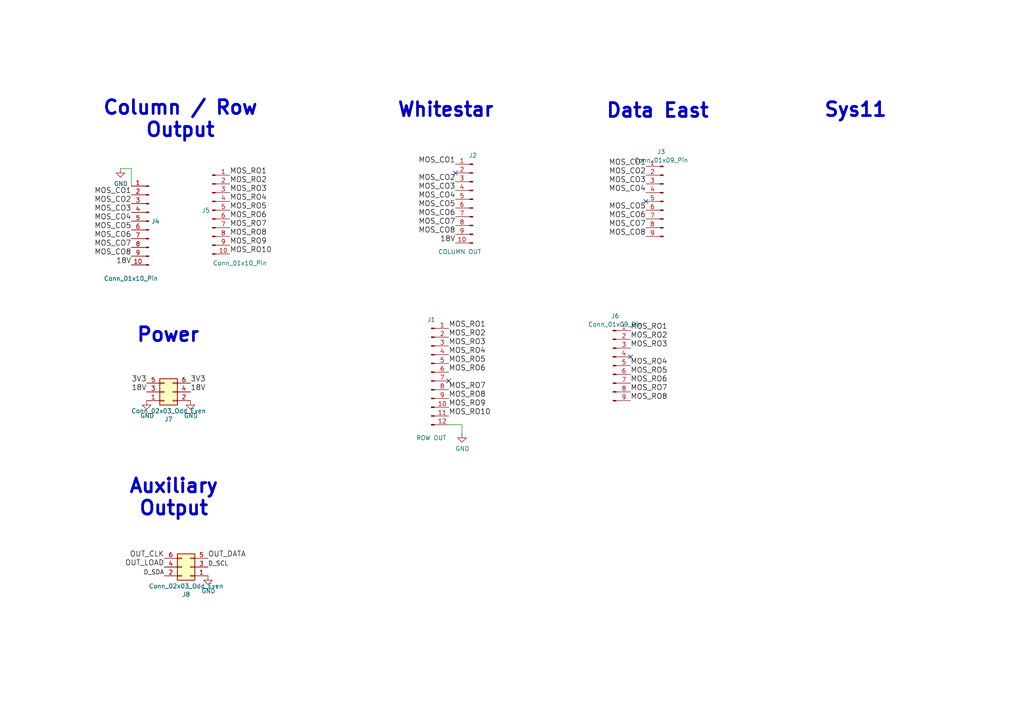
<source format=kicad_sch>
(kicad_sch (version 20231120) (generator "eeschema") (generator_version "8.0")
  (paper "A4")
  (title_block (title "Afterglow 3.0 Pinbender Hat") (rev "1.1") (company "bitfield labs"))
  (lib_symbols
    (symbol "Connector:Conn_01x09_Pin" (pin_names (offset 1.016) hide)
      (property "Reference" "J" (at 0 12.7 0))
      (property "Value" "Conn_01x09_Pin" (at 0 -12.7 0))
      (symbol "Conn_01x09_Pin_1_1"
        (polyline (pts (xy 1.27 -10.16) (xy 0.8636 -10.16)) (stroke (width 0.1524)))
        (polyline (pts (xy 1.27 -7.62) (xy 0.8636 -7.62)) (stroke (width 0.1524)))
        (polyline (pts (xy 1.27 -5.08) (xy 0.8636 -5.08)) (stroke (width 0.1524)))
        (polyline (pts (xy 1.27 -2.54) (xy 0.8636 -2.54)) (stroke (width 0.1524)))
        (polyline (pts (xy 1.27 0) (xy 0.8636 0)) (stroke (width 0.1524)))
        (polyline (pts (xy 1.27 2.54) (xy 0.8636 2.54)) (stroke (width 0.1524)))
        (polyline (pts (xy 1.27 5.08) (xy 0.8636 5.08)) (stroke (width 0.1524)))
        (polyline (pts (xy 1.27 7.62) (xy 0.8636 7.62)) (stroke (width 0.1524)))
        (polyline (pts (xy 1.27 10.16) (xy 0.8636 10.16)) (stroke (width 0.1524)))
        (rectangle (start 0.8636 -10.033) (end 0 -10.287) (stroke (width 0.1524)) (fill (type outline)))
        (rectangle (start 0.8636 -7.493) (end 0 -7.747) (stroke (width 0.1524)) (fill (type outline)))
        (rectangle (start 0.8636 -4.953) (end 0 -5.207) (stroke (width 0.1524)) (fill (type outline)))
        (rectangle (start 0.8636 -2.413) (end 0 -2.667) (stroke (width 0.1524)) (fill (type outline)))
        (rectangle (start 0.8636 0.127) (end 0 -0.127) (stroke (width 0.1524)) (fill (type outline)))
        (rectangle (start 0.8636 2.667) (end 0 2.413) (stroke (width 0.1524)) (fill (type outline)))
        (rectangle (start 0.8636 5.207) (end 0 4.953) (stroke (width 0.1524)) (fill (type outline)))
        (rectangle (start 0.8636 7.747) (end 0 7.493) (stroke (width 0.1524)) (fill (type outline)))
        (rectangle (start 0.8636 10.287) (end 0 10.033) (stroke (width 0.1524)) (fill (type outline)))
        (pin passive line (at 5.08 10.16 180) (length 3.81) (name "Pin_1") (number "1"))
        (pin passive line (at 5.08 7.62 180) (length 3.81) (name "Pin_2") (number "2"))
        (pin passive line (at 5.08 5.08 180) (length 3.81) (name "Pin_3") (number "3"))
        (pin passive line (at 5.08 2.54 180) (length 3.81) (name "Pin_4") (number "4"))
        (pin passive line (at 5.08 0 180) (length 3.81) (name "Pin_5") (number "5"))
        (pin passive line (at 5.08 -2.54 180) (length 3.81) (name "Pin_6") (number "6"))
        (pin passive line (at 5.08 -5.08 180) (length 3.81) (name "Pin_7") (number "7"))
        (pin passive line (at 5.08 -7.62 180) (length 3.81) (name "Pin_8") (number "8"))
        (pin passive line (at 5.08 -10.16 180) (length 3.81) (name "Pin_9") (number "9"))
      )
    )
    (symbol "Connector:Conn_01x10_Male" (pin_names (offset 1.016) hide)
      (property "Reference" "J" (at 0 12.7 0))
      (property "Value" "Conn_01x10_Male" (at 0 -15.24 0))
      (symbol "Conn_01x10_Male_1_1"
        (polyline (pts (xy 1.27 -12.7) (xy 0.8636 -12.7)) (stroke (width 0.1524)))
        (polyline (pts (xy 1.27 -10.16) (xy 0.8636 -10.16)) (stroke (width 0.1524)))
        (polyline (pts (xy 1.27 -7.62) (xy 0.8636 -7.62)) (stroke (width 0.1524)))
        (polyline (pts (xy 1.27 -5.08) (xy 0.8636 -5.08)) (stroke (width 0.1524)))
        (polyline (pts (xy 1.27 -2.54) (xy 0.8636 -2.54)) (stroke (width 0.1524)))
        (polyline (pts (xy 1.27 0) (xy 0.8636 0)) (stroke (width 0.1524)))
        (polyline (pts (xy 1.27 2.54) (xy 0.8636 2.54)) (stroke (width 0.1524)))
        (polyline (pts (xy 1.27 5.08) (xy 0.8636 5.08)) (stroke (width 0.1524)))
        (polyline (pts (xy 1.27 7.62) (xy 0.8636 7.62)) (stroke (width 0.1524)))
        (polyline (pts (xy 1.27 10.16) (xy 0.8636 10.16)) (stroke (width 0.1524)))
        (rectangle (start 0.8636 -12.573) (end 0 -12.827) (stroke (width 0.1524)) (fill (type outline)))
        (rectangle (start 0.8636 -10.033) (end 0 -10.287) (stroke (width 0.1524)) (fill (type outline)))
        (rectangle (start 0.8636 -7.493) (end 0 -7.747) (stroke (width 0.1524)) (fill (type outline)))
        (rectangle (start 0.8636 -4.953) (end 0 -5.207) (stroke (width 0.1524)) (fill (type outline)))
        (rectangle (start 0.8636 -2.413) (end 0 -2.667) (stroke (width 0.1524)) (fill (type outline)))
        (rectangle (start 0.8636 0.127) (end 0 -0.127) (stroke (width 0.1524)) (fill (type outline)))
        (rectangle (start 0.8636 2.667) (end 0 2.413) (stroke (width 0.1524)) (fill (type outline)))
        (rectangle (start 0.8636 5.207) (end 0 4.953) (stroke (width 0.1524)) (fill (type outline)))
        (rectangle (start 0.8636 7.747) (end 0 7.493) (stroke (width 0.1524)) (fill (type outline)))
        (rectangle (start 0.8636 10.287) (end 0 10.033) (stroke (width 0.1524)) (fill (type outline)))
        (pin passive line (at 5.08 10.16 180) (length 3.81) (name "Pin_1") (number "1"))
        (pin passive line (at 5.08 -12.7 180) (length 3.81) (name "Pin_10") (number "10"))
        (pin passive line (at 5.08 7.62 180) (length 3.81) (name "Pin_2") (number "2"))
        (pin passive line (at 5.08 5.08 180) (length 3.81) (name "Pin_3") (number "3"))
        (pin passive line (at 5.08 2.54 180) (length 3.81) (name "Pin_4") (number "4"))
        (pin passive line (at 5.08 0 180) (length 3.81) (name "Pin_5") (number "5"))
        (pin passive line (at 5.08 -2.54 180) (length 3.81) (name "Pin_6") (number "6"))
        (pin passive line (at 5.08 -5.08 180) (length 3.81) (name "Pin_7") (number "7"))
        (pin passive line (at 5.08 -7.62 180) (length 3.81) (name "Pin_8") (number "8"))
        (pin passive line (at 5.08 -10.16 180) (length 3.81) (name "Pin_9") (number "9"))
      )
    )
    (symbol "Connector:Conn_01x10_Pin" (pin_names (offset 1.016) hide)
      (property "Reference" "J" (at 0 12.7 0))
      (property "Value" "Conn_01x10_Pin" (at 0 -15.24 0))
      (symbol "Conn_01x10_Pin_1_1"
        (polyline (pts (xy 1.27 -12.7) (xy 0.8636 -12.7)) (stroke (width 0.1524)))
        (polyline (pts (xy 1.27 -10.16) (xy 0.8636 -10.16)) (stroke (width 0.1524)))
        (polyline (pts (xy 1.27 -7.62) (xy 0.8636 -7.62)) (stroke (width 0.1524)))
        (polyline (pts (xy 1.27 -5.08) (xy 0.8636 -5.08)) (stroke (width 0.1524)))
        (polyline (pts (xy 1.27 -2.54) (xy 0.8636 -2.54)) (stroke (width 0.1524)))
        (polyline (pts (xy 1.27 0) (xy 0.8636 0)) (stroke (width 0.1524)))
        (polyline (pts (xy 1.27 2.54) (xy 0.8636 2.54)) (stroke (width 0.1524)))
        (polyline (pts (xy 1.27 5.08) (xy 0.8636 5.08)) (stroke (width 0.1524)))
        (polyline (pts (xy 1.27 7.62) (xy 0.8636 7.62)) (stroke (width 0.1524)))
        (polyline (pts (xy 1.27 10.16) (xy 0.8636 10.16)) (stroke (width 0.1524)))
        (rectangle (start 0.8636 -12.573) (end 0 -12.827) (stroke (width 0.1524)) (fill (type outline)))
        (rectangle (start 0.8636 -10.033) (end 0 -10.287) (stroke (width 0.1524)) (fill (type outline)))
        (rectangle (start 0.8636 -7.493) (end 0 -7.747) (stroke (width 0.1524)) (fill (type outline)))
        (rectangle (start 0.8636 -4.953) (end 0 -5.207) (stroke (width 0.1524)) (fill (type outline)))
        (rectangle (start 0.8636 -2.413) (end 0 -2.667) (stroke (width 0.1524)) (fill (type outline)))
        (rectangle (start 0.8636 0.127) (end 0 -0.127) (stroke (width 0.1524)) (fill (type outline)))
        (rectangle (start 0.8636 2.667) (end 0 2.413) (stroke (width 0.1524)) (fill (type outline)))
        (rectangle (start 0.8636 5.207) (end 0 4.953) (stroke (width 0.1524)) (fill (type outline)))
        (rectangle (start 0.8636 7.747) (end 0 7.493) (stroke (width 0.1524)) (fill (type outline)))
        (rectangle (start 0.8636 10.287) (end 0 10.033) (stroke (width 0.1524)) (fill (type outline)))
        (pin passive line (at 5.08 10.16 180) (length 3.81) (name "Pin_1") (number "1"))
        (pin passive line (at 5.08 -12.7 180) (length 3.81) (name "Pin_10") (number "10"))
        (pin passive line (at 5.08 7.62 180) (length 3.81) (name "Pin_2") (number "2"))
        (pin passive line (at 5.08 5.08 180) (length 3.81) (name "Pin_3") (number "3"))
        (pin passive line (at 5.08 2.54 180) (length 3.81) (name "Pin_4") (number "4"))
        (pin passive line (at 5.08 0 180) (length 3.81) (name "Pin_5") (number "5"))
        (pin passive line (at 5.08 -2.54 180) (length 3.81) (name "Pin_6") (number "6"))
        (pin passive line (at 5.08 -5.08 180) (length 3.81) (name "Pin_7") (number "7"))
        (pin passive line (at 5.08 -7.62 180) (length 3.81) (name "Pin_8") (number "8"))
        (pin passive line (at 5.08 -10.16 180) (length 3.81) (name "Pin_9") (number "9"))
      )
    )
    (symbol "Connector:Conn_01x12_Male" (pin_names (offset 1.016) hide)
      (property "Reference" "J" (at 0 15.24 0))
      (property "Value" "Conn_01x12_Male" (at 0 -17.78 0))
      (symbol "Conn_01x12_Male_1_1"
        (polyline (pts (xy 1.27 -15.24) (xy 0.8636 -15.24)) (stroke (width 0.1524)))
        (polyline (pts (xy 1.27 -12.7) (xy 0.8636 -12.7)) (stroke (width 0.1524)))
        (polyline (pts (xy 1.27 -10.16) (xy 0.8636 -10.16)) (stroke (width 0.1524)))
        (polyline (pts (xy 1.27 -7.62) (xy 0.8636 -7.62)) (stroke (width 0.1524)))
        (polyline (pts (xy 1.27 -5.08) (xy 0.8636 -5.08)) (stroke (width 0.1524)))
        (polyline (pts (xy 1.27 -2.54) (xy 0.8636 -2.54)) (stroke (width 0.1524)))
        (polyline (pts (xy 1.27 0) (xy 0.8636 0)) (stroke (width 0.1524)))
        (polyline (pts (xy 1.27 2.54) (xy 0.8636 2.54)) (stroke (width 0.1524)))
        (polyline (pts (xy 1.27 5.08) (xy 0.8636 5.08)) (stroke (width 0.1524)))
        (polyline (pts (xy 1.27 7.62) (xy 0.8636 7.62)) (stroke (width 0.1524)))
        (polyline (pts (xy 1.27 10.16) (xy 0.8636 10.16)) (stroke (width 0.1524)))
        (polyline (pts (xy 1.27 12.7) (xy 0.8636 12.7)) (stroke (width 0.1524)))
        (rectangle (start 0.8636 -15.113) (end 0 -15.367) (stroke (width 0.1524)) (fill (type outline)))
        (rectangle (start 0.8636 -12.573) (end 0 -12.827) (stroke (width 0.1524)) (fill (type outline)))
        (rectangle (start 0.8636 -10.033) (end 0 -10.287) (stroke (width 0.1524)) (fill (type outline)))
        (rectangle (start 0.8636 -7.493) (end 0 -7.747) (stroke (width 0.1524)) (fill (type outline)))
        (rectangle (start 0.8636 -4.953) (end 0 -5.207) (stroke (width 0.1524)) (fill (type outline)))
        (rectangle (start 0.8636 -2.413) (end 0 -2.667) (stroke (width 0.1524)) (fill (type outline)))
        (rectangle (start 0.8636 0.127) (end 0 -0.127) (stroke (width 0.1524)) (fill (type outline)))
        (rectangle (start 0.8636 2.667) (end 0 2.413) (stroke (width 0.1524)) (fill (type outline)))
        (rectangle (start 0.8636 5.207) (end 0 4.953) (stroke (width 0.1524)) (fill (type outline)))
        (rectangle (start 0.8636 7.747) (end 0 7.493) (stroke (width 0.1524)) (fill (type outline)))
        (rectangle (start 0.8636 10.287) (end 0 10.033) (stroke (width 0.1524)) (fill (type outline)))
        (rectangle (start 0.8636 12.827) (end 0 12.573) (stroke (width 0.1524)) (fill (type outline)))
        (pin passive line (at 5.08 12.7 180) (length 3.81) (name "Pin_1") (number "1"))
        (pin passive line (at 5.08 -10.16 180) (length 3.81) (name "Pin_10") (number "10"))
        (pin passive line (at 5.08 -12.7 180) (length 3.81) (name "Pin_11") (number "11"))
        (pin passive line (at 5.08 -15.24 180) (length 3.81) (name "Pin_12") (number "12"))
        (pin passive line (at 5.08 10.16 180) (length 3.81) (name "Pin_2") (number "2"))
        (pin passive line (at 5.08 7.62 180) (length 3.81) (name "Pin_3") (number "3"))
        (pin passive line (at 5.08 5.08 180) (length 3.81) (name "Pin_4") (number "4"))
        (pin passive line (at 5.08 2.54 180) (length 3.81) (name "Pin_5") (number "5"))
        (pin passive line (at 5.08 0 180) (length 3.81) (name "Pin_6") (number "6"))
        (pin passive line (at 5.08 -2.54 180) (length 3.81) (name "Pin_7") (number "7"))
        (pin passive line (at 5.08 -5.08 180) (length 3.81) (name "Pin_8") (number "8"))
        (pin passive line (at 5.08 -7.62 180) (length 3.81) (name "Pin_9") (number "9"))
      )
    )
    (symbol "Connector_Generic:Conn_02x03_Odd_Even" (pin_names (offset 1.016) hide)
      (property "Reference" "J" (at 1.27 5.08 0))
      (property "Value" "Conn_02x03_Odd_Even" (at 1.27 -5.08 0))
      (symbol "Conn_02x03_Odd_Even_1_1"
        (rectangle (start -1.27 -2.413) (end 0 -2.667) (stroke (width 0.1524)))
        (rectangle (start -1.27 0.127) (end 0 -0.127) (stroke (width 0.1524)))
        (rectangle (start -1.27 2.667) (end 0 2.413) (stroke (width 0.1524)))
        (rectangle (start -1.27 3.81) (end 3.81 -3.81) (stroke (width 0.254)) (fill (type background)))
        (rectangle (start 3.81 -2.413) (end 2.54 -2.667) (stroke (width 0.1524)))
        (rectangle (start 3.81 0.127) (end 2.54 -0.127) (stroke (width 0.1524)))
        (rectangle (start 3.81 2.667) (end 2.54 2.413) (stroke (width 0.1524)))
        (pin passive line (at -5.08 2.54 0) (length 3.81) (name "Pin_1") (number "1"))
        (pin passive line (at 7.62 2.54 180) (length 3.81) (name "Pin_2") (number "2"))
        (pin passive line (at -5.08 0 0) (length 3.81) (name "Pin_3") (number "3"))
        (pin passive line (at 7.62 0 180) (length 3.81) (name "Pin_4") (number "4"))
        (pin passive line (at -5.08 -2.54 0) (length 3.81) (name "Pin_5") (number "5"))
        (pin passive line (at 7.62 -2.54 180) (length 3.81) (name "Pin_6") (number "6"))
      )
    )
    (symbol "power:GND" (power) (pin_names (offset 0))
      (property "Value" "GND" (at 0 -3.81 0))
      (symbol "GND_0_1"
        (polyline (pts (xy 0 0) (xy 0 -1.27) (xy 1.27 -1.27) (xy 0 -2.54) (xy -1.27 -1.27) (xy 0 -1.27)))
      )
      (symbol "GND_1_1"
        (pin power_in line (at 0 0 270) (length 0) hide (name "GND") (number "1"))
      )
    )
  )
  (no_connect (at 132.08 50.165))
  (no_connect (at 182.88 103.505))
  (no_connect (at 130.175 110.49))
  (no_connect (at 187.325 58.42))
  (wire (pts (xy 38.1 48.895) (xy 34.925 48.895)))
  (wire (pts (xy 38.1 53.975) (xy 38.1 48.895)))
  (wire (pts (xy 133.985 123.19) (xy 133.985 125.73)))
  (wire (pts (xy 130.175 123.19) (xy 133.985 123.19)))
  (text "Whitestar" (at 129.286 34.29 0) (effects (font (size 4 4) (thickness 0.8) (bold yes)) (justify bottom)))
  (text "Auxiliary\nOutput" (at 50.419 149.86 0) (effects (font (size 4 4) (thickness 0.8) (bold yes)) (justify bottom)))
  (text "Column / Row\nOutput" (at 52.324 40.132 0) (effects (font (size 4 4) (thickness 0.8) (bold yes)) (justify bottom)))
  (text "Power" (at 48.768 99.568 0) (effects (font (size 4 4) (thickness 0.8) (bold yes)) (justify bottom)))
  (text "Data East" (at 190.754 34.544 0) (effects (font (size 4 4) (thickness 0.8) (bold yes)) (justify bottom)))
  (text "Sys11" (at 248.158 34.29 0) (effects (font (size 4 4) (thickness 0.8) (bold yes)) (justify bottom)))
  (label "MOS_CO4" (at 38.1 64.135 180) (effects (font (size 1.524 1.524))))
  (label "MOS_RO2" (at 66.675 53.34 0) (effects (font (size 1.524 1.524))))
  (label "MOS_RO7" (at 66.675 66.04 0) (effects (font (size 1.524 1.524))))
  (label "MOS_RO6" (at 182.88 111.125 0) (effects (font (size 1.524 1.524))))
  (label "MOS_RO2" (at 130.175 97.79 0) (effects (font (size 1.524 1.524))))
  (label "OUT_CLK" (at 47.625 161.925 180) (effects (font (size 1.524 1.524))))
  (label "MOS_RO8" (at 182.88 116.205 0) (effects (font (size 1.524 1.524))))
  (label "MOS_RO1" (at 130.175 95.25 0) (effects (font (size 1.524 1.524))))
  (label "MOS_CO8" (at 38.1 74.295 180) (effects (font (size 1.524 1.524))))
  (label "OUT_DATA" (at 60.325 161.925 0) (effects (font (size 1.524 1.524))))
  (label "MOS_CO2" (at 132.08 52.705 180) (effects (font (size 1.524 1.524))))
  (label "MOS_CO5" (at 38.1 66.675 180) (effects (font (size 1.524 1.524))))
  (label "MOS_RO10" (at 66.675 73.66 0) (effects (font (size 1.524 1.524))))
  (label "MOS_CO7" (at 38.1 71.755 180) (effects (font (size 1.524 1.524))))
  (label "18V" (at 132.08 70.485 180) (effects (font (size 1.524 1.524))))
  (label "MOS_RO10" (at 130.175 120.65 0) (effects (font (size 1.524 1.524))))
  (label "MOS_RO6" (at 66.675 63.5 0) (effects (font (size 1.524 1.524))))
  (label "MOS_CO3" (at 187.325 53.34 180) (effects (font (size 1.524 1.524))))
  (label "MOS_RO3" (at 66.675 55.88 0) (effects (font (size 1.524 1.524))))
  (label "MOS_RO4" (at 66.675 58.42 0) (effects (font (size 1.524 1.524))))
  (label "MOS_RO2" (at 182.88 98.425 0) (effects (font (size 1.524 1.524))))
  (label "MOS_CO2" (at 38.1 59.055 180) (effects (font (size 1.524 1.524))))
  (label "D_SCL" (at 60.325 164.465 0))
  (label "MOS_CO1" (at 38.1 56.515 180) (effects (font (size 1.524 1.524))))
  (label "MOS_RO7" (at 182.88 113.665 0) (effects (font (size 1.524 1.524))))
  (label "D_SDA" (at 47.625 167.005 180))
  (label "MOS_RO3" (at 182.88 100.965 0) (effects (font (size 1.524 1.524))))
  (label "MOS_CO2" (at 187.325 50.8 180) (effects (font (size 1.524 1.524))))
  (label "MOS_RO5" (at 66.675 60.96 0) (effects (font (size 1.524 1.524))))
  (label "MOS_CO5" (at 187.325 60.96 180) (effects (font (size 1.524 1.524))))
  (label "MOS_CO6" (at 132.08 62.865 180) (effects (font (size 1.524 1.524))))
  (label "OUT_LOAD" (at 47.625 164.465 180) (effects (font (size 1.524 1.524))))
  (label "MOS_CO4" (at 132.08 57.785 180) (effects (font (size 1.524 1.524))))
  (label "18V" (at 42.545 113.665 180) (effects (font (size 1.524 1.524))))
  (label "MOS_RO6" (at 130.175 107.95 0) (effects (font (size 1.524 1.524))))
  (label "MOS_CO5" (at 132.08 60.325 180) (effects (font (size 1.524 1.524))))
  (label "MOS_RO1" (at 66.675 50.8 0) (effects (font (size 1.524 1.524))))
  (label "MOS_RO5" (at 182.88 108.585 0) (effects (font (size 1.524 1.524))))
  (label "MOS_CO3" (at 38.1 61.595 180) (effects (font (size 1.524 1.524))))
  (label "MOS_CO8" (at 187.325 68.58 180) (effects (font (size 1.524 1.524))))
  (label "MOS_RO4" (at 130.175 102.87 0) (effects (font (size 1.524 1.524))))
  (label "MOS_CO3" (at 132.08 55.245 180) (effects (font (size 1.524 1.524))))
  (label "MOS_CO4" (at 187.325 55.88 180) (effects (font (size 1.524 1.524))))
  (label "MOS_RO5" (at 130.175 105.41 0) (effects (font (size 1.524 1.524))))
  (label "MOS_RO8" (at 66.675 68.58 0) (effects (font (size 1.524 1.524))))
  (label "MOS_CO7" (at 187.325 66.04 180) (effects (font (size 1.524 1.524))))
  (label "MOS_CO6" (at 38.1 69.215 180) (effects (font (size 1.524 1.524))))
  (label "3V3" (at 42.545 111.125 180) (effects (font (size 1.524 1.524))))
  (label "MOS_RO3" (at 130.175 100.33 0) (effects (font (size 1.524 1.524))))
  (label "MOS_RO8" (at 130.175 115.57 0) (effects (font (size 1.524 1.524))))
  (label "MOS_RO9" (at 66.675 71.12 0) (effects (font (size 1.524 1.524))))
  (label "MOS_CO1" (at 132.08 47.625 180) (effects (font (size 1.524 1.524))))
  (label "MOS_RO1" (at 182.88 95.885 0) (effects (font (size 1.524 1.524))))
  (label "MOS_RO7" (at 130.175 113.03 0) (effects (font (size 1.524 1.524))))
  (label "MOS_RO9" (at 130.175 118.11 0) (effects (font (size 1.524 1.524))))
  (label "MOS_CO1" (at 187.325 48.26 180) (effects (font (size 1.524 1.524))))
  (label "MOS_CO8" (at 132.08 67.945 180) (effects (font (size 1.524 1.524))))
  (label "18V" (at 55.245 113.665 0) (effects (font (size 1.524 1.524))))
  (label "18V" (at 38.1 76.835 180) (effects (font (size 1.524 1.524))))
  (label "MOS_CO6" (at 187.325 63.5 180) (effects (font (size 1.524 1.524))))
  (label "MOS_CO7" (at 132.08 65.405 180) (effects (font (size 1.524 1.524))))
  (label "MOS_RO4" (at 182.88 106.045 0) (effects (font (size 1.524 1.524))))
  (label "3V3" (at 55.245 111.125 0) (effects (font (size 1.524 1.524))))
  (symbol (lib_id "power:GND") (at 133.985 125.73 0) (unit 1)
    (property "Reference" "#PWR01" (effects (hide yes)))
    (property "Value" "GND" (at 134.112 130.1242 0))
  )
  (symbol (lib_id "power:GND") (at 42.545 116.205 0) (unit 1)
    (property "Reference" "#PWR033" (effects (hide yes)))
    (property "Value" "GND" (at 42.672 120.5992 0))
  )
  (symbol (lib_id "power:GND") (at 55.245 116.205 0) (unit 1)
    (property "Reference" "#PWR035" (effects (hide yes)))
    (property "Value" "GND" (at 55.372 120.5992 0))
  )
  (symbol (lib_id "Connector:Conn_01x10_Pin") (at 43.18 64.135 0) (mirror y) (unit 1)
    (property "Reference" "J4" (at 43.8912 64.1929 0) (effects (justify right)))
    (property "Value" "Conn_01x10_Pin" (at 30.099 80.772 0) (effects (justify right)))
    (property "Footprint" "Connector_PinHeader_2.54mm:PinHeader_1x10_P2.54mm_Vertical" (effects (hide yes)))
    (property "JLCPCB" "C5156617" (effects (hide yes)))
  )
  (symbol (lib_id "power:GND") (at 34.925 48.895 0) (unit 1)
    (property "Reference" "#PWR028" (effects (hide yes)))
    (property "Value" "GND" (at 35.052 53.2892 0))
  )
  (symbol (lib_id "Connector:Conn_01x10_Male") (at 137.16 57.785 0) (mirror y) (unit 1)
    (property "Reference" "J2" (at 137.16 45.085 0))
    (property "Value" "COLUMN OUT" (at 133.35 73.025 0))
    (property "Footprint" "Connector_Molex:Molex_KK-396_5273-10A_1x10_P3.96mm_Vertical" (effects (hide yes)))
    (property "JLCPCB" "C10587" (effects (hide yes)))
  )
  (symbol (lib_id "Connector_Generic:Conn_02x03_Odd_Even") (at 55.245 164.465 180) (unit 1)
    (property "Reference" "J8" (at 53.975 172.4193 0))
    (property "Value" "Conn_02x03_Odd_Even" (at 53.975 169.9951 0))
    (property "Footprint" "Connector_PinHeader_2.54mm:PinHeader_2x03_P2.54mm_Vertical" (effects (hide yes)))
    (property "JLCPCB" "C18905882" (effects (hide yes)))
  )
  (symbol (lib_id "Connector:Conn_01x10_Pin") (at 61.595 60.96 0) (unit 1)
    (property "Reference" "J5" (at 60.8838 61.0179 0) (effects (justify right)))
    (property "Value" "Conn_01x10_Pin" (at 77.47 76.327 0) (effects (justify right)))
    (property "Footprint" "Connector_PinHeader_2.54mm:PinHeader_1x10_P2.54mm_Vertical" (effects (hide yes)))
    (property "JLCPCB" "C5156617" (effects (hide yes)))
  )
  (symbol (lib_id "Connector:Conn_01x12_Male") (at 125.095 107.95 0) (unit 1)
    (property "Reference" "J1" (at 125.095 92.71 0))
    (property "Value" "ROW OUT" (at 125.095 127 0))
    (property "Footprint" "Connector_Molex:Molex_KK-396_5273-12A_1x12_P3.96mm_Vertical" (effects (hide yes)))
    (property "JLCPCB" "C10589" (effects (hide yes)))
  )
  (symbol (lib_id "Connector_Generic:Conn_02x03_Odd_Even") (at 47.625 113.665 0) (mirror x) (unit 1)
    (property "Reference" "J7" (at 48.895 121.6193 0))
    (property "Value" "Conn_02x03_Odd_Even" (at 48.895 119.1951 0))
    (property "Footprint" "Connector_PinHeader_2.54mm:PinHeader_2x03_P2.54mm_Vertical" (effects (hide yes)))
    (property "JLCPCB" "C18905882" (effects (hide yes)))
  )
  (symbol (lib_id "Connector:Conn_01x09_Pin") (at 192.405 58.42 0) (mirror y) (unit 1)
    (property "Reference" "J3" (at 191.77 44.0393 0))
    (property "Value" "Conn_01x09_Pin" (at 191.77 46.4636 0))
    (property "Footprint" "Connector_Molex:Molex_KK-396_5273-09A_1x09_P3.96mm_Vertical" (effects (hide yes)))
    (property "Description" "Generic connector, single row, 01x09, script generated" (effects (hide yes)))
    (property "JLCPCB" "C10586" (effects (hide yes)))
  )
  (symbol (lib_id "power:GND") (at 60.325 167.005 0) (unit 1)
    (property "Reference" "#PWR036" (effects (hide yes)))
    (property "Value" "GND" (at 60.452 171.3992 0))
  )
  (symbol (lib_id "Connector:Conn_01x09_Pin") (at 177.8 106.045 0) (unit 1)
    (property "Reference" "J6" (at 178.435 91.6643 0))
    (property "Value" "Conn_01x09_Pin" (at 178.435 94.0886 0))
    (property "Footprint" "Connector_Molex:Molex_KK-396_5273-09A_1x09_P3.96mm_Vertical" (effects (hide yes)))
    (property "Description" "Generic connector, single row, 01x09, script generated" (effects (hide yes)))
    (property "JLCPCB" "C10586" (effects (hide yes)))
  )
)
</source>
